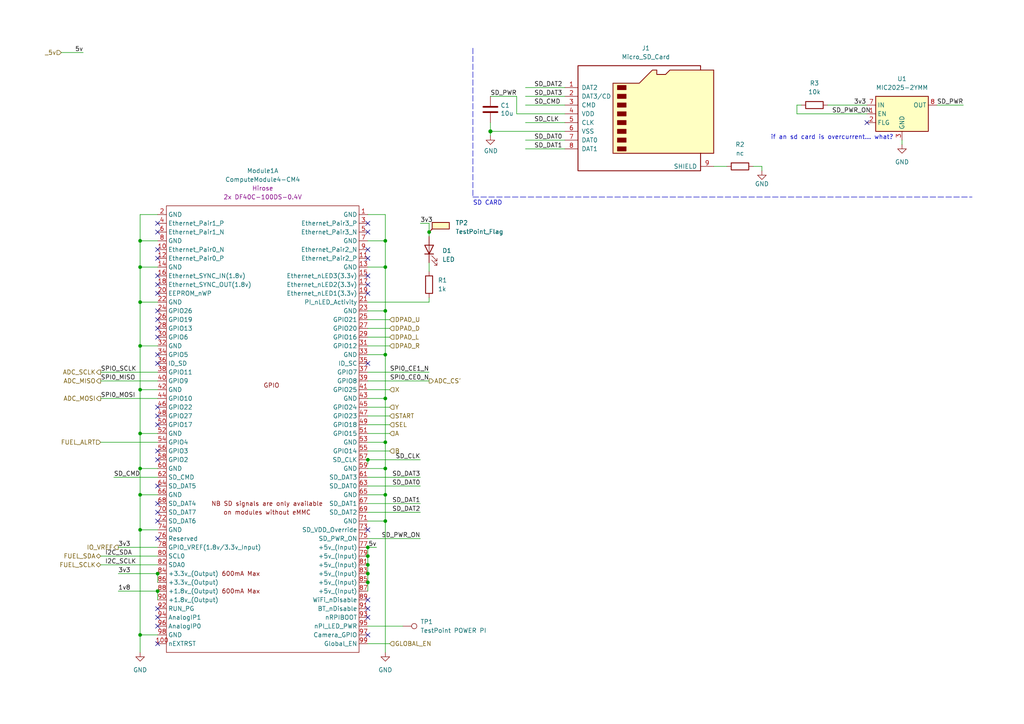
<source format=kicad_sch>
(kicad_sch (version 20211123) (generator eeschema)
  (paper "A4")
  (title_block (rev "indev.") (comment 1 "https://github.com/cinnamondev/gamepithing"))
  (lib_symbols
    (symbol "CM4IO:ComputeModule4-CM4"
      (property "Reference" "Module" (at 113.03 -68.58 0))
      (property "Value" "ComputeModule4-CM4" (at 140.97 2.54 0))
      (property "Field4" "Hirose" (at 0 0 0))
      (property "Field5" "2x DF40C-100DS-0.4V" (at 0 -2.54 0))
      (symbol "ComputeModule4-CM4_1_0"
        (text "GPIO" (at 0 6.35 0) (effects (font (size 1.27 1.27))))
      )
      (symbol "ComputeModule4-CM4_1_1"
        (rectangle (start -30.48 -71.12) (end 25.4 58.42))
        (text "600mA Max" (at -8.89 -53.34 0) (effects (font (size 1.27 1.27))))
        (text "600mA Max" (at -8.89 -48.26 0) (effects (font (size 1.27 1.27))))
        (text "NB SD signals are only available" (at -1.27 -27.94 0) (effects (font (size 1.27 1.27))))
        (text "on modules without eMMC" (at -1.27 -30.48 0) (effects (font (size 1.27 1.27))))
        (pin power_in line (at 27.94 55.88 180) (length 2.54) (name "GND") (number "1"))
        (pin passive line (at -33.02 45.72 0) (length 2.54) (name "Ethernet_Pair0_N") (number "10"))
        (pin output line (at -33.02 -68.58 0) (length 2.54) (name "nEXTRST") (number "100"))
        (pin passive line (at 27.94 43.18 180) (length 2.54) (name "Ethernet_Pair2_P") (number "11"))
        (pin passive line (at -33.02 43.18 0) (length 2.54) (name "Ethernet_Pair0_P") (number "12"))
        (pin power_in line (at 27.94 40.64 180) (length 2.54) (name "GND") (number "13"))
        (pin power_in line (at -33.02 40.64 0) (length 2.54) (name "GND") (number "14"))
        (pin output line (at 27.94 38.1 180) (length 2.54) (name "Ethernet_nLED3(3.3v)") (number "15"))
        (pin input line (at -33.02 38.1 0) (length 2.54) (name "Ethernet_SYNC_IN(1.8v)") (number "16"))
        (pin output line (at 27.94 35.56 180) (length 2.54) (name "Ethernet_nLED2(3.3v)") (number "17"))
        (pin input line (at -33.02 35.56 0) (length 2.54) (name "Ethernet_SYNC_OUT(1.8v)") (number "18"))
        (pin output line (at 27.94 33.02 180) (length 2.54) (name "Ethernet_nLED1(3.3v)") (number "19"))
        (pin power_in line (at -33.02 55.88 0) (length 2.54) (name "GND") (number "2"))
        (pin passive line (at -33.02 33.02 0) (length 2.54) (name "EEPROM_nWP") (number "20"))
        (pin open_collector line (at 27.94 30.48 180) (length 2.54) (name "PI_nLED_Activity") (number "21"))
        (pin power_in line (at -33.02 30.48 0) (length 2.54) (name "GND") (number "22"))
        (pin power_in line (at 27.94 27.94 180) (length 2.54) (name "GND") (number "23"))
        (pin passive line (at -33.02 27.94 0) (length 2.54) (name "GPIO26") (number "24"))
        (pin passive line (at 27.94 25.4 180) (length 2.54) (name "GPIO21") (number "25"))
        (pin passive line (at -33.02 25.4 0) (length 2.54) (name "GPIO19") (number "26"))
        (pin passive line (at 27.94 22.86 180) (length 2.54) (name "GPIO20") (number "27"))
        (pin passive line (at -33.02 22.86 0) (length 2.54) (name "GPIO13") (number "28"))
        (pin passive line (at 27.94 20.32 180) (length 2.54) (name "GPIO16") (number "29"))
        (pin passive line (at 27.94 53.34 180) (length 2.54) (name "Ethernet_Pair3_P") (number "3"))
        (pin passive line (at -33.02 20.32 0) (length 2.54) (name "GPIO6") (number "30"))
        (pin passive line (at 27.94 17.78 180) (length 2.54) (name "GPIO12") (number "31"))
        (pin power_in line (at -33.02 17.78 0) (length 2.54) (name "GND") (number "32"))
        (pin power_in line (at 27.94 15.24 180) (length 2.54) (name "GND") (number "33"))
        (pin passive line (at -33.02 15.24 0) (length 2.54) (name "GPIO5") (number "34"))
        (pin passive line (at 27.94 12.7 180) (length 2.54) (name "ID_SC") (number "35"))
        (pin passive line (at -33.02 12.7 0) (length 2.54) (name "ID_SD") (number "36"))
        (pin passive line (at 27.94 10.16 180) (length 2.54) (name "GPIO7") (number "37"))
        (pin passive line (at -33.02 10.16 0) (length 2.54) (name "GPIO11") (number "38"))
        (pin passive line (at 27.94 7.62 180) (length 2.54) (name "GPIO8") (number "39"))
        (pin passive line (at -33.02 53.34 0) (length 2.54) (name "Ethernet_Pair1_P") (number "4"))
        (pin passive line (at -33.02 7.62 0) (length 2.54) (name "GPIO9") (number "40"))
        (pin passive line (at 27.94 5.08 180) (length 2.54) (name "GPIO25") (number "41"))
        (pin power_in line (at -33.02 5.08 0) (length 2.54) (name "GND") (number "42"))
        (pin power_in line (at 27.94 2.54 180) (length 2.54) (name "GND") (number "43"))
        (pin passive line (at -33.02 2.54 0) (length 2.54) (name "GPIO10") (number "44"))
        (pin passive line (at 27.94 0 180) (length 2.54) (name "GPIO24") (number "45"))
        (pin passive line (at -33.02 0 0) (length 2.54) (name "GPIO22") (number "46"))
        (pin passive line (at 27.94 -2.54 180) (length 2.54) (name "GPIO23") (number "47"))
        (pin passive line (at -33.02 -2.54 0) (length 2.54) (name "GPIO27") (number "48"))
        (pin passive line (at 27.94 -5.08 180) (length 2.54) (name "GPIO18") (number "49"))
        (pin passive line (at 27.94 50.8 180) (length 2.54) (name "Ethernet_Pair3_N") (number "5"))
        (pin passive line (at -33.02 -5.08 0) (length 2.54) (name "GPIO17") (number "50"))
        (pin passive line (at 27.94 -7.62 180) (length 2.54) (name "GPIO15") (number "51"))
        (pin power_in line (at -33.02 -7.62 0) (length 2.54) (name "GND") (number "52"))
        (pin power_in line (at 27.94 -10.16 180) (length 2.54) (name "GND") (number "53"))
        (pin passive line (at -33.02 -10.16 0) (length 2.54) (name "GPIO4") (number "54"))
        (pin passive line (at 27.94 -12.7 180) (length 2.54) (name "GPIO14") (number "55"))
        (pin passive line (at -33.02 -12.7 0) (length 2.54) (name "GPIO3") (number "56"))
        (pin passive line (at 27.94 -15.24 180) (length 2.54) (name "SD_CLK") (number "57"))
        (pin passive line (at -33.02 -15.24 0) (length 2.54) (name "GPIO2") (number "58"))
        (pin power_in line (at 27.94 -17.78 180) (length 2.54) (name "GND") (number "59"))
        (pin passive line (at -33.02 50.8 0) (length 2.54) (name "Ethernet_Pair1_N") (number "6"))
        (pin power_in line (at -33.02 -17.78 0) (length 2.54) (name "GND") (number "60"))
        (pin passive line (at 27.94 -20.32 180) (length 2.54) (name "SD_DAT3") (number "61"))
        (pin passive line (at -33.02 -20.32 0) (length 2.54) (name "SD_CMD") (number "62"))
        (pin passive line (at 27.94 -22.86 180) (length 2.54) (name "SD_DAT0") (number "63"))
        (pin passive line (at -33.02 -22.86 0) (length 2.54) (name "SD_DAT5") (number "64"))
        (pin power_in line (at 27.94 -25.4 180) (length 2.54) (name "GND") (number "65"))
        (pin power_in line (at -33.02 -25.4 0) (length 2.54) (name "GND") (number "66"))
        (pin passive line (at 27.94 -27.94 180) (length 2.54) (name "SD_DAT1") (number "67"))
        (pin passive line (at -33.02 -27.94 0) (length 2.54) (name "SD_DAT4") (number "68"))
        (pin passive line (at 27.94 -30.48 180) (length 2.54) (name "SD_DAT2") (number "69"))
        (pin power_in line (at 27.94 48.26 180) (length 2.54) (name "GND") (number "7"))
        (pin passive line (at -33.02 -30.48 0) (length 2.54) (name "SD_DAT7") (number "70"))
        (pin power_in line (at 27.94 -33.02 180) (length 2.54) (name "GND") (number "71"))
        (pin passive line (at -33.02 -33.02 0) (length 2.54) (name "SD_DAT6") (number "72"))
        (pin input line (at 27.94 -35.56 180) (length 2.54) (name "SD_VDD_Override") (number "73"))
        (pin power_in line (at -33.02 -35.56 0) (length 2.54) (name "GND") (number "74"))
        (pin output line (at 27.94 -38.1 180) (length 2.54) (name "SD_PWR_ON") (number "75"))
        (pin passive line (at -33.02 -38.1 0) (length 2.54) (name "Reserved") (number "76"))
        (pin power_in line (at 27.94 -40.64 180) (length 2.54) (name "+5v_(Input)") (number "77"))
        (pin power_in line (at -33.02 -40.64 0) (length 2.54) (name "GPIO_VREF(1.8v/3.3v_Input)") (number "78"))
        (pin power_in line (at 27.94 -43.18 180) (length 2.54) (name "+5v_(Input)") (number "79"))
        (pin power_in line (at -33.02 48.26 0) (length 2.54) (name "GND") (number "8"))
        (pin passive line (at -33.02 -43.18 0) (length 2.54) (name "SCL0") (number "80"))
        (pin power_in line (at 27.94 -45.72 180) (length 2.54) (name "+5v_(Input)") (number "81"))
        (pin passive line (at -33.02 -45.72 0) (length 2.54) (name "SDA0") (number "82"))
        (pin power_in line (at 27.94 -48.26 180) (length 2.54) (name "+5v_(Input)") (number "83"))
        (pin power_out line (at -33.02 -48.26 0) (length 2.54) (name "+3.3v_(Output)") (number "84"))
        (pin power_in line (at 27.94 -50.8 180) (length 2.54) (name "+5v_(Input)") (number "85"))
        (pin power_out line (at -33.02 -50.8 0) (length 2.54) (name "+3.3v_(Output)") (number "86"))
        (pin power_in line (at 27.94 -53.34 180) (length 2.54) (name "+5v_(Input)") (number "87"))
        (pin power_out line (at -33.02 -53.34 0) (length 2.54) (name "+1.8v_(Output)") (number "88"))
        (pin power_in line (at 27.94 -55.88 180) (length 2.54) (name "WiFi_nDisable") (number "89"))
        (pin passive line (at 27.94 45.72 180) (length 2.54) (name "Ethernet_Pair2_N") (number "9"))
        (pin power_out line (at -33.02 -55.88 0) (length 2.54) (name "+1.8v_(Output)") (number "90"))
        (pin power_in line (at 27.94 -58.42 180) (length 2.54) (name "BT_nDisable") (number "91"))
        (pin passive line (at -33.02 -58.42 0) (length 2.54) (name "RUN_PG") (number "92"))
        (pin input line (at 27.94 -60.96 180) (length 2.54) (name "nRPIBOOT") (number "93"))
        (pin passive line (at -33.02 -60.96 0) (length 2.54) (name "AnalogIP1") (number "94"))
        (pin output line (at 27.94 -63.5 180) (length 2.54) (name "nPI_LED_PWR") (number "95"))
        (pin passive line (at -33.02 -63.5 0) (length 2.54) (name "AnalogIP0") (number "96"))
        (pin passive line (at 27.94 -66.04 180) (length 2.54) (name "Camera_GPIO") (number "97"))
        (pin power_in line (at -33.02 -66.04 0) (length 2.54) (name "GND") (number "98"))
        (pin input line (at 27.94 -68.58 180) (length 2.54) (name "Global_EN") (number "99"))
      )
      (symbol "ComputeModule4-CM4_2_1"
        (rectangle (start 114.3 -66.04) (end 165.1 63.5))
        (text "High Speed Serial" (at 140.97 0 0) (effects (font (size 1.27 1.27))))
        (pin input line (at 170.18 60.96 180) (length 5.08) (name "USB_OTG_ID") (number "101"))
        (pin input line (at 109.22 60.96 0) (length 5.08) (name "PCIe_CLK_nREQ") (number "102"))
        (pin passive line (at 170.18 58.42 180) (length 5.08) (name "USB2_N") (number "103"))
        (pin passive line (at 109.22 58.42 0) (length 5.08) (name "Reserved") (number "104"))
        (pin passive line (at 170.18 55.88 180) (length 5.08) (name "USB2_P") (number "105"))
        (pin passive line (at 109.22 55.88 0) (length 5.08) (name "Reserved") (number "106"))
        (pin power_in line (at 170.18 53.34 180) (length 5.08) (name "GND") (number "107"))
        (pin power_in line (at 109.22 53.34 0) (length 5.08) (name "GND") (number "108"))
        (pin bidirectional line (at 170.18 50.8 180) (length 5.08) (name "PCIe_nRST") (number "109"))
        (pin output line (at 109.22 50.8 0) (length 5.08) (name "PCIe_CLK_P") (number "110"))
        (pin passive line (at 170.18 48.26 180) (length 5.08) (name "VDAC_COMP") (number "111"))
        (pin output line (at 109.22 48.26 0) (length 5.08) (name "PCIe_CLK_N") (number "112"))
        (pin power_in line (at 170.18 45.72 180) (length 5.08) (name "GND") (number "113"))
        (pin power_in line (at 109.22 45.72 0) (length 5.08) (name "GND") (number "114"))
        (pin input line (at 170.18 43.18 180) (length 5.08) (name "CAM1_D0_N") (number "115"))
        (pin input line (at 109.22 43.18 0) (length 5.08) (name "PCIe_RX_P") (number "116"))
        (pin input line (at 170.18 40.64 180) (length 5.08) (name "CAM1_D0_P") (number "117"))
        (pin input line (at 109.22 40.64 0) (length 5.08) (name "PCIe_RX_N") (number "118"))
        (pin power_in line (at 170.18 38.1 180) (length 5.08) (name "GND") (number "119"))
        (pin power_in line (at 109.22 38.1 0) (length 5.08) (name "GND") (number "120"))
        (pin input line (at 170.18 35.56 180) (length 5.08) (name "CAM1_D1_N") (number "121"))
        (pin output line (at 109.22 35.56 0) (length 5.08) (name "PCIe_TX_P") (number "122"))
        (pin input line (at 170.18 33.02 180) (length 5.08) (name "CAM1_D1_P") (number "123"))
        (pin output line (at 109.22 33.02 0) (length 5.08) (name "PCIe_TX_N") (number "124"))
        (pin power_in line (at 170.18 30.48 180) (length 5.08) (name "GND") (number "125"))
        (pin power_in line (at 109.22 30.48 0) (length 5.08) (name "GND") (number "126"))
        (pin input line (at 170.18 27.94 180) (length 5.08) (name "CAM1_C_N") (number "127"))
        (pin input line (at 109.22 27.94 0) (length 5.08) (name "CAM0_D0_N") (number "128"))
        (pin input line (at 170.18 25.4 180) (length 5.08) (name "CAM1_C_P") (number "129"))
        (pin input line (at 109.22 25.4 0) (length 5.08) (name "CAM0_D0_P") (number "130"))
        (pin power_in line (at 170.18 22.86 180) (length 5.08) (name "GND") (number "131"))
        (pin power_in line (at 109.22 22.86 0) (length 5.08) (name "GND") (number "132"))
        (pin input line (at 170.18 20.32 180) (length 5.08) (name "CAM1_D2_N") (number "133"))
        (pin input line (at 109.22 20.32 0) (length 5.08) (name "CAM0_D1_N") (number "134"))
        (pin input line (at 170.18 17.78 180) (length 5.08) (name "CAM1_D2_P") (number "135"))
        (pin input line (at 109.22 17.78 0) (length 5.08) (name "CAM0_D1_P") (number "136"))
        (pin power_in line (at 170.18 15.24 180) (length 5.08) (name "GND") (number "137"))
        (pin power_in line (at 109.22 15.24 0) (length 5.08) (name "GND") (number "138"))
        (pin input line (at 170.18 12.7 180) (length 5.08) (name "CAM1_D3_N") (number "139"))
        (pin input line (at 109.22 12.7 0) (length 5.08) (name "CAM0_C_N") (number "140"))
        (pin input line (at 170.18 10.16 180) (length 5.08) (name "CAM1_D3_P") (number "141"))
        (pin input line (at 109.22 10.16 0) (length 5.08) (name "CAM0_C_P") (number "142"))
        (pin input line (at 170.18 7.62 180) (length 5.08) (name "HDMI1_HOTPLUG") (number "143"))
        (pin power_in line (at 109.22 7.62 0) (length 5.08) (name "GND") (number "144"))
        (pin bidirectional line (at 170.18 5.08 180) (length 5.08) (name "HDMI1_SDA") (number "145"))
        (pin output line (at 109.22 5.08 0) (length 5.08) (name "HDMI1_TX2_P") (number "146"))
        (pin open_collector line (at 170.18 2.54 180) (length 5.08) (name "HDMI1_SCL") (number "147"))
        (pin output line (at 109.22 2.54 0) (length 5.08) (name "HDMI1_TX2_N") (number "148"))
        (pin open_collector line (at 170.18 0 180) (length 5.08) (name "HDMI1_CEC") (number "149"))
        (pin power_in line (at 109.22 0 0) (length 5.08) (name "GND") (number "150"))
        (pin open_collector line (at 170.18 -2.54 180) (length 5.08) (name "HDMI0_CEC") (number "151"))
        (pin output line (at 109.22 -2.54 0) (length 5.08) (name "HDMI1_TX1_P") (number "152"))
        (pin input line (at 170.18 -5.08 180) (length 5.08) (name "HDMI0_HOTPLUG") (number "153"))
        (pin output line (at 109.22 -5.08 0) (length 5.08) (name "HDMI1_TX1_N") (number "154"))
        (pin power_in line (at 170.18 -7.62 180) (length 5.08) (name "GND") (number "155"))
        (pin power_in line (at 109.22 -7.62 0) (length 5.08) (name "GND") (number "156"))
        (pin output line (at 170.18 -10.16 180) (length 5.08) (name "DSI0_D0_N") (number "157"))
        (pin output line (at 109.22 -10.16 0) (length 5.08) (name "HDMI1_TX0_P") (number "158"))
        (pin output line (at 170.18 -12.7 180) (length 5.08) (name "DSI0_D0_P") (number "159"))
        (pin output line (at 109.22 -12.7 0) (length 5.08) (name "HDMI1_TX0_N") (number "160"))
        (pin power_in line (at 170.18 -15.24 180) (length 5.08) (name "GND") (number "161"))
        (pin power_in line (at 109.22 -15.24 0) (length 5.08) (name "GND") (number "162"))
        (pin output line (at 170.18 -17.78 180) (length 5.08) (name "DSI0_D1_N") (number "163"))
        (pin output line (at 109.22 -17.78 0) (length 5.08) (name "HDMI1_CLK_P") (number "164"))
        (pin output line (at 170.18 -20.32 180) (length 5.08) (name "DSI0_D1_P") (number "165"))
        (pin output line (at 109.22 -20.32 0) (length 5.08) (name "HDMI1_CLK_N") (number "166"))
        (pin power_in line (at 170.18 -22.86 180) (length 5.08) (name "GND") (number "167"))
        (pin power_in line (at 109.22 -22.86 0) (length 5.08) (name "GND") (number "168"))
        (pin output line (at 170.18 -25.4 180) (length 5.08) (name "DSI0_C_N") (number "169"))
        (pin output line (at 109.22 -25.4 0) (length 5.08) (name "HDMI0_TX2_P") (number "170"))
        (pin output line (at 170.18 -27.94 180) (length 5.08) (name "DSI0_C_P") (number "171"))
        (pin output line (at 109.22 -27.94 0) (length 5.08) (name "HDMI0_TX2_N") (number "172"))
        (pin power_in line (at 170.18 -30.48 180) (length 5.08) (name "GND") (number "173"))
        (pin power_in line (at 109.22 -30.48 0) (length 5.08) (name "GND") (number "174"))
        (pin output line (at 170.18 -33.02 180) (length 5.08) (name "DSI1_D0_N") (number "175"))
        (pin output line (at 109.22 -33.02 0) (length 5.08) (name "HDMI0_TX1_P") (number "176"))
        (pin output line (at 170.18 -35.56 180) (length 5.08) (name "DSI1_D0_P") (number "177"))
        (pin output line (at 109.22 -35.56 0) (length 5.08) (name "HDMI0_TX1_N") (number "178"))
        (pin power_in line (at 170.18 -38.1 180) (length 5.08) (name "GND") (number "179"))
        (pin power_in line (at 109.22 -38.1 0) (length 5.08) (name "GND") (number "180"))
        (pin output line (at 170.18 -40.64 180) (length 5.08) (name "DSI1_D1_N") (number "181"))
        (pin output line (at 109.22 -40.64 0) (length 5.08) (name "HDMI0_TX0_P") (number "182"))
        (pin output line (at 170.18 -43.18 180) (length 5.08) (name "DSI1_D1_P") (number "183"))
        (pin output line (at 109.22 -43.18 0) (length 5.08) (name "HDMI0_TX0_N") (number "184"))
        (pin power_in line (at 170.18 -45.72 180) (length 5.08) (name "GND") (number "185"))
        (pin power_in line (at 109.22 -45.72 0) (length 5.08) (name "GND") (number "186"))
        (pin output line (at 170.18 -48.26 180) (length 5.08) (name "DSI1_C_N") (number "187"))
        (pin output line (at 109.22 -48.26 0) (length 5.08) (name "HDMI0_CLK_P") (number "188"))
        (pin output line (at 170.18 -50.8 180) (length 5.08) (name "DSI1_C_P") (number "189"))
        (pin output line (at 109.22 -50.8 0) (length 5.08) (name "HDMI0_CLK_N") (number "190"))
        (pin power_in line (at 170.18 -53.34 180) (length 5.08) (name "GND") (number "191"))
        (pin power_in line (at 109.22 -53.34 0) (length 5.08) (name "GND") (number "192"))
        (pin output line (at 170.18 -55.88 180) (length 5.08) (name "DSI1_D2_N") (number "193"))
        (pin output line (at 109.22 -55.88 0) (length 5.08) (name "DSI1_D3_N") (number "194"))
        (pin output line (at 170.18 -58.42 180) (length 5.08) (name "DSI1_D2_P") (number "195"))
        (pin output line (at 109.22 -58.42 0) (length 5.08) (name "DSI1_D3_P") (number "196"))
        (pin power_in line (at 170.18 -60.96 180) (length 5.08) (name "GND") (number "197"))
        (pin power_in line (at 109.22 -60.96 0) (length 5.08) (name "GND") (number "198"))
        (pin bidirectional line (at 170.18 -63.5 180) (length 5.08) (name "HDMI0_SDA") (number "199"))
        (pin open_collector line (at 109.22 -63.5 0) (length 5.08) (name "HDMI0_SCL") (number "200"))
      )
    )
    (symbol "Connector:Micro_SD_Card" (pin_names (offset 1.016))
      (property "Reference" "J" (at -16.51 15.24 0))
      (property "Value" "Micro_SD_Card" (at 16.51 15.24 0))
      (symbol "Micro_SD_Card_0_1"
        (rectangle (start -7.62 -9.525) (end -5.08 -10.795) (fill (type outline)))
        (rectangle (start -7.62 -6.985) (end -5.08 -8.255) (fill (type outline)))
        (rectangle (start -7.62 -4.445) (end -5.08 -5.715) (fill (type outline)))
        (rectangle (start -7.62 -1.905) (end -5.08 -3.175) (fill (type outline)))
        (rectangle (start -7.62 0.635) (end -5.08 -0.635) (fill (type outline)))
        (rectangle (start -7.62 3.175) (end -5.08 1.905) (fill (type outline)))
        (rectangle (start -7.62 5.715) (end -5.08 4.445) (fill (type outline)))
        (rectangle (start -7.62 8.255) (end -5.08 6.985) (fill (type outline)))
        (polyline (pts (xy 16.51 12.7) (xy 16.51 13.97) (xy -19.05 13.97) (xy -19.05 -16.51) (xy 16.51 -16.51) (xy 16.51 -11.43)) (stroke (width 0.254)))
        (polyline (pts (xy -8.89 -11.43) (xy -8.89 8.89) (xy -1.27 8.89) (xy 2.54 12.7) (xy 3.81 12.7) (xy 3.81 11.43) (xy 6.35 11.43) (xy 7.62 12.7) (xy 20.32 12.7) (xy 20.32 -11.43) (xy -8.89 -11.43)) (stroke (width 0.254)) (fill (type background)))
      )
      (symbol "Micro_SD_Card_1_1"
        (pin bidirectional line (at -22.86 7.62 0) (length 3.81) (name "DAT2") (number "1"))
        (pin bidirectional line (at -22.86 5.08 0) (length 3.81) (name "DAT3/CD") (number "2"))
        (pin input line (at -22.86 2.54 0) (length 3.81) (name "CMD") (number "3"))
        (pin power_in line (at -22.86 0 0) (length 3.81) (name "VDD") (number "4"))
        (pin input line (at -22.86 -2.54 0) (length 3.81) (name "CLK") (number "5"))
        (pin power_in line (at -22.86 -5.08 0) (length 3.81) (name "VSS") (number "6"))
        (pin bidirectional line (at -22.86 -7.62 0) (length 3.81) (name "DAT0") (number "7"))
        (pin bidirectional line (at -22.86 -10.16 0) (length 3.81) (name "DAT1") (number "8"))
        (pin passive line (at 20.32 -15.24 180) (length 3.81) (name "SHIELD") (number "9"))
      )
    )
    (symbol "Connector:TestPoint" (pin_numbers hide) (pin_names (offset 0.762) hide)
      (property "Reference" "TP" (at 0 6.858 0))
      (property "Value" "TestPoint" (at 0 5.08 0))
      (symbol "TestPoint_0_1"
        (circle (center 0 3.302) (radius 0.762))
      )
      (symbol "TestPoint_1_1"
        (pin passive line (at 0 0 90) (length 2.54) (name "1") (number "1"))
      )
    )
    (symbol "Connector:TestPoint_Flag" (pin_numbers hide) (pin_names (offset 0.762) hide)
      (property "Reference" "TP" (at 3.429 1.778 0))
      (property "Value" "TestPoint_Flag" (at 3.302 4.191 0))
      (symbol "TestPoint_Flag_0_1"
        (polyline (pts (xy 0 0) (xy 0.889 0.889)) (stroke (width 0.254)))
        (rectangle (start 0.889 2.794) (end 5.842 0.889) (stroke (width 0.254)) (fill (type background)))
      )
      (symbol "TestPoint_Flag_1_1"
        (pin passive line (at 0 0 90) (length 0) (name "1") (number "1"))
      )
    )
    (symbol "Device:C" (pin_numbers hide) (pin_names (offset 0.254))
      (property "Reference" "C" (at 0.635 2.54 0))
      (property "Value" "C" (at 0.635 -2.54 0))
      (symbol "C_0_1"
        (polyline (pts (xy -2.032 -0.762) (xy 2.032 -0.762)) (stroke (width 0.508)))
        (polyline (pts (xy -2.032 0.762) (xy 2.032 0.762)) (stroke (width 0.508)))
      )
      (symbol "C_1_1"
        (pin passive line (at 0 3.81 270) (length 2.794) (name "~") (number "1"))
        (pin passive line (at 0 -3.81 90) (length 2.794) (name "~") (number "2"))
      )
    )
    (symbol "Device:LED" (pin_numbers hide) (pin_names (offset 1.016) hide)
      (property "Reference" "D" (at 0 2.54 0))
      (property "Value" "LED" (at 0 -2.54 0))
      (symbol "LED_0_1"
        (polyline (pts (xy -1.27 -1.27) (xy -1.27 1.27)) (stroke (width 0.254)))
        (polyline (pts (xy -1.27 0) (xy 1.27 0)))
        (polyline (pts (xy 1.27 -1.27) (xy 1.27 1.27) (xy -1.27 0) (xy 1.27 -1.27)) (stroke (width 0.254)))
        (polyline (pts (xy -3.048 -0.762) (xy -4.572 -2.286) (xy -3.81 -2.286) (xy -4.572 -2.286) (xy -4.572 -1.524)))
        (polyline (pts (xy -1.778 -0.762) (xy -3.302 -2.286) (xy -2.54 -2.286) (xy -3.302 -2.286) (xy -3.302 -1.524)))
      )
      (symbol "LED_1_1"
        (pin passive line (at -3.81 0 0) (length 2.54) (name "K") (number "1"))
        (pin passive line (at 3.81 0 180) (length 2.54) (name "A") (number "2"))
      )
    )
    (symbol "Device:R" (pin_numbers hide) (pin_names (offset 0))
      (property "Reference" "R" (at 2.032 0 90))
      (property "Value" "R" (at 0 0 90))
      (symbol "R_0_1"
        (rectangle (start -1.016 -2.54) (end 1.016 2.54) (stroke (width 0.254)))
      )
      (symbol "R_1_1"
        (pin passive line (at 0 3.81 270) (length 1.27) (name "~") (number "1"))
        (pin passive line (at 0 -3.81 90) (length 1.27) (name "~") (number "2"))
      )
    )
    (symbol "Power_Management:MIC2025-2YMM"
      (property "Reference" "U" (at -7.62 6.35 0))
      (property "Value" "MIC2025-2YMM" (at 15.24 6.35 0))
      (symbol "MIC2025-2YMM_0_1"
        (rectangle (start -7.62 5.08) (end 7.62 -5.08) (stroke (width 0.254)) (fill (type background)))
      )
      (symbol "MIC2025-2YMM_1_1"
        (pin input line (at -10.16 0 0) (length 2.54) (name "EN") (number "1"))
        (pin open_collector line (at -10.16 -2.54 0) (length 2.54) (name "FLG") (number "2"))
        (pin power_in line (at 0 -7.62 90) (length 2.54) (name "GND") (number "3"))
        (pin no_connect line (at 7.62 0 180) (length 2.54) hide (name "NC") (number "4"))
        (pin no_connect line (at 7.62 -2.54 180) (length 2.54) hide (name "NC") (number "5"))
        (pin passive line (at 10.16 2.54 180) (length 2.54) hide (name "OUT") (number "6"))
        (pin power_in line (at -10.16 2.54 0) (length 2.54) (name "IN") (number "7"))
        (pin power_out line (at 10.16 2.54 180) (length 2.54) (name "OUT") (number "8"))
      )
    )
    (symbol "power:GND" (power) (pin_names (offset 0))
      (property "Value" "GND" (at 0 -3.81 0))
      (symbol "GND_0_1"
        (polyline (pts (xy 0 0) (xy 0 -1.27) (xy 1.27 -1.27) (xy 0 -2.54) (xy -1.27 -1.27) (xy 0 -1.27)))
      )
      (symbol "GND_1_1"
        (pin power_in line (at 0 0 270) (length 0) hide (name "GND") (number "1"))
      )
    )
  )
  (junction (at 111.76 102.87))
  (junction (at 40.64 135.89))
  (junction (at 40.64 87.63))
  (junction (at 40.64 100.33))
  (junction (at 111.76 143.51))
  (junction (at 111.76 151.13))
  (junction (at 111.76 115.57))
  (junction (at 106.68 133.35))
  (junction (at 40.64 125.73))
  (junction (at 142.24 38.1) (diameter 1.016))
  (junction (at 111.76 128.27))
  (junction (at 111.76 77.47))
  (junction (at 111.76 90.17))
  (junction (at 106.68 166.37))
  (junction (at 111.76 135.89))
  (junction (at 40.64 153.67))
  (junction (at 124.46 67.31))
  (junction (at 45.72 171.45))
  (junction (at 45.72 166.37))
  (junction (at 106.68 161.29))
  (junction (at 106.68 158.75))
  (junction (at 111.76 69.85))
  (junction (at 40.64 143.51))
  (junction (at 40.64 184.15))
  (junction (at 40.64 77.47))
  (junction (at 106.68 163.83))
  (junction (at 106.68 168.91))
  (junction (at 40.64 69.85))
  (junction (at 40.64 113.03))
  (no_connect (at 45.72 146.05))
  (no_connect (at 45.72 148.59))
  (no_connect (at 45.72 151.13))
  (no_connect (at 45.72 140.97))
  (no_connect (at 45.72 156.21))
  (no_connect (at 251.46 35.56))
  (no_connect (at 106.68 153.67))
  (no_connect (at 45.72 186.69))
  (no_connect (at 45.72 181.61))
  (no_connect (at 45.72 179.07))
  (no_connect (at 45.72 176.53))
  (no_connect (at 45.72 133.35))
  (no_connect (at 45.72 130.81))
  (no_connect (at 106.68 176.53))
  (no_connect (at 106.68 173.99))
  (no_connect (at 106.68 184.15))
  (no_connect (at 106.68 64.77))
  (no_connect (at 106.68 67.31))
  (no_connect (at 106.68 80.01))
  (no_connect (at 106.68 74.93))
  (no_connect (at 106.68 72.39))
  (no_connect (at 106.68 85.09))
  (no_connect (at 106.68 82.55))
  (no_connect (at 106.68 105.41))
  (no_connect (at 106.68 179.07))
  (no_connect (at 45.72 105.41))
  (no_connect (at 45.72 95.25))
  (no_connect (at 45.72 97.79))
  (no_connect (at 45.72 102.87))
  (no_connect (at 45.72 64.77))
  (no_connect (at 45.72 67.31))
  (no_connect (at 45.72 72.39))
  (no_connect (at 45.72 74.93))
  (no_connect (at 45.72 80.01))
  (no_connect (at 45.72 82.55))
  (no_connect (at 45.72 85.09))
  (no_connect (at 45.72 90.17))
  (no_connect (at 45.72 92.71))
  (no_connect (at 45.72 118.11))
  (no_connect (at 45.72 120.65))
  (no_connect (at 45.72 123.19))
  (wire (pts (xy 124.46 87.63) (xy 106.68 87.63)))
  (wire (pts (xy 232.41 30.48) (xy 231.14 30.48)))
  (wire (pts (xy 121.92 133.35) (xy 106.68 133.35)))
  (wire (pts (xy 111.76 90.17) (xy 111.76 102.87)))
  (wire (pts (xy 106.68 120.65) (xy 113.03 120.65)))
  (wire (pts (xy 106.68 168.91) (xy 106.68 171.45)))
  (wire (pts (xy 106.68 158.75) (xy 106.68 161.29)))
  (wire (pts (xy 106.68 140.97) (xy 121.92 140.97)))
  (wire (pts (xy 40.64 87.63) (xy 40.64 77.47)))
  (wire (pts (xy 40.64 153.67) (xy 40.64 143.51)))
  (wire (pts (xy 111.76 62.23) (xy 111.76 69.85)))
  (wire (pts (xy 29.21 115.57) (xy 45.72 115.57)))
  (wire (pts (xy 29.21 128.27) (xy 45.72 128.27)))
  (wire (pts (xy 40.64 113.03) (xy 40.64 125.73)))
  (wire (pts (xy 111.76 151.13) (xy 106.68 151.13)))
  (wire (pts (xy 111.76 69.85) (xy 111.76 77.47)))
  (wire (pts (xy 45.72 166.37) (xy 45.72 168.91)))
  (wire (pts (xy 106.68 107.95) (xy 124.46 107.95)))
  (wire (pts (xy 106.68 148.59) (xy 121.92 148.59)))
  (wire (pts (xy 106.68 128.27) (xy 111.76 128.27)))
  (wire (pts (xy 106.68 166.37) (xy 106.68 168.91)))
  (wire (pts (xy 142.24 38.1) (xy 142.24 39.37)))
  (wire (pts (xy 40.64 135.89) (xy 40.64 143.51)))
  (polyline (pts (xy 137.16 13.97) (xy 137.16 57.15)))
  (wire (pts (xy 111.76 128.27) (xy 111.76 135.89)))
  (wire (pts (xy 124.46 67.31) (xy 124.46 68.58)))
  (wire (pts (xy 109.22 158.75) (xy 106.68 158.75)))
  (wire (pts (xy 152.4 30.48) (xy 163.83 30.48)))
  (wire (pts (xy 111.76 189.23) (xy 111.76 151.13)))
  (wire (pts (xy 111.76 143.51) (xy 111.76 151.13)))
  (wire (pts (xy 106.68 118.11) (xy 113.03 118.11)))
  (wire (pts (xy 45.72 171.45) (xy 45.72 173.99)))
  (wire (pts (xy 220.98 48.26) (xy 220.98 49.53)))
  (wire (pts (xy 17.78 15.24) (xy 24.13 15.24)))
  (wire (pts (xy 106.68 115.57) (xy 111.76 115.57)))
  (wire (pts (xy 106.68 102.87) (xy 111.76 102.87)))
  (wire (pts (xy 29.21 163.83) (xy 45.72 163.83)))
  (wire (pts (xy 142.24 27.94) (xy 149.86 27.94)))
  (wire (pts (xy 163.83 27.94) (xy 152.4 27.94)))
  (wire (pts (xy 106.68 90.17) (xy 111.76 90.17)))
  (wire (pts (xy 106.68 113.03) (xy 113.03 113.03)))
  (wire (pts (xy 40.64 77.47) (xy 45.72 77.47)))
  (wire (pts (xy 45.72 135.89) (xy 40.64 135.89)))
  (wire (pts (xy 40.64 153.67) (xy 45.72 153.67)))
  (wire (pts (xy 149.86 33.02) (xy 149.86 27.94)))
  (wire (pts (xy 207.01 48.26) (xy 210.82 48.26)))
  (wire (pts (xy 40.64 62.23) (xy 45.72 62.23)))
  (wire (pts (xy 106.68 123.19) (xy 113.03 123.19)))
  (wire (pts (xy 34.29 158.75) (xy 45.72 158.75)))
  (wire (pts (xy 33.02 138.43) (xy 45.72 138.43)))
  (wire (pts (xy 40.64 87.63) (xy 40.64 100.33)))
  (wire (pts (xy 142.24 35.56) (xy 142.24 38.1)))
  (wire (pts (xy 111.76 77.47) (xy 111.76 90.17)))
  (wire (pts (xy 240.03 30.48) (xy 251.46 30.48)))
  (wire (pts (xy 231.14 30.48) (xy 231.14 33.02)))
  (wire (pts (xy 106.68 95.25) (xy 113.03 95.25)))
  (wire (pts (xy 40.64 184.15) (xy 45.72 184.15)))
  (wire (pts (xy 111.76 135.89) (xy 111.76 143.51)))
  (wire (pts (xy 106.68 156.21) (xy 121.92 156.21)))
  (wire (pts (xy 106.68 186.69) (xy 113.03 186.69)))
  (wire (pts (xy 261.62 40.64) (xy 261.62 41.91)))
  (wire (pts (xy 106.68 133.35) (xy 106.68 134.62)))
  (wire (pts (xy 106.68 135.89) (xy 111.76 135.89)))
  (wire (pts (xy 40.64 125.73) (xy 40.64 135.89)))
  (wire (pts (xy 106.68 110.49) (xy 124.46 110.49)))
  (wire (pts (xy 231.14 33.02) (xy 251.46 33.02)))
  (wire (pts (xy 40.64 69.85) (xy 40.64 62.23)))
  (wire (pts (xy 111.76 115.57) (xy 111.76 128.27)))
  (wire (pts (xy 106.68 69.85) (xy 111.76 69.85)))
  (wire (pts (xy 40.64 100.33) (xy 45.72 100.33)))
  (wire (pts (xy 163.83 33.02) (xy 149.86 33.02)))
  (wire (pts (xy 142.24 38.1) (xy 163.83 38.1)))
  (wire (pts (xy 40.64 189.23) (xy 40.64 184.15)))
  (wire (pts (xy 152.4 25.4) (xy 163.83 25.4)))
  (wire (pts (xy 34.29 166.37) (xy 45.72 166.37)))
  (wire (pts (xy 106.68 163.83) (xy 106.68 166.37)))
  (wire (pts (xy 111.76 102.87) (xy 111.76 115.57)))
  (wire (pts (xy 124.46 86.36) (xy 124.46 87.63)))
  (wire (pts (xy 106.68 146.05) (xy 121.92 146.05)))
  (wire (pts (xy 40.64 100.33) (xy 40.64 113.03)))
  (wire (pts (xy 124.46 76.2) (xy 124.46 78.74)))
  (wire (pts (xy 106.68 130.81) (xy 113.03 130.81)))
  (wire (pts (xy 106.68 138.43) (xy 121.92 138.43)))
  (wire (pts (xy 163.83 35.56) (xy 152.4 35.56)))
  (wire (pts (xy 106.68 143.51) (xy 111.76 143.51)))
  (wire (pts (xy 40.64 77.47) (xy 40.64 69.85)))
  (wire (pts (xy 106.68 181.61) (xy 116.84 181.61)))
  (polyline (pts (xy 137.16 57.15) (xy 281.94 57.15)))
  (wire (pts (xy 271.78 30.48) (xy 279.4 30.48)))
  (wire (pts (xy 29.21 110.49) (xy 45.72 110.49)))
  (wire (pts (xy 40.64 125.73) (xy 45.72 125.73)))
  (wire (pts (xy 29.21 107.95) (xy 45.72 107.95)))
  (wire (pts (xy 34.29 171.45) (xy 45.72 171.45)))
  (wire (pts (xy 218.44 48.26) (xy 220.98 48.26)))
  (wire (pts (xy 29.21 161.29) (xy 45.72 161.29)))
  (wire (pts (xy 124.46 64.77) (xy 124.46 67.31)))
  (wire (pts (xy 106.68 92.71) (xy 113.03 92.71)))
  (wire (pts (xy 106.68 77.47) (xy 111.76 77.47)))
  (wire (pts (xy 163.83 43.18) (xy 152.4 43.18)))
  (wire (pts (xy 40.64 184.15) (xy 40.64 153.67)))
  (wire (pts (xy 121.92 64.77) (xy 124.46 64.77)))
  (wire (pts (xy 40.64 143.51) (xy 45.72 143.51)))
  (wire (pts (xy 40.64 69.85) (xy 45.72 69.85)))
  (wire (pts (xy 40.64 87.63) (xy 45.72 87.63)))
  (wire (pts (xy 106.68 62.23) (xy 111.76 62.23)))
  (wire (pts (xy 106.68 161.29) (xy 106.68 163.83)))
  (wire (pts (xy 106.68 97.79) (xy 113.03 97.79)))
  (wire (pts (xy 106.68 125.73) (xy 113.03 125.73)))
  (wire (pts (xy 106.68 100.33) (xy 113.03 100.33)))
  (wire (pts (xy 152.4 40.64) (xy 163.83 40.64)))
  (wire (pts (xy 40.64 113.03) (xy 45.72 113.03)))
  (text "if an sd card is overcurrent... what?" (at 223.52 40.64 0) (effects (font (size 1.27 1.27)) (justify left bottom)))
  (text "SD CARD\n" (at 137.16 59.69 0) (effects (font (size 1.27 1.27)) (justify left bottom)))
  (label "3v3" (at 121.92 64.77 0))
  (label "SD_DAT0" (at 121.92 140.97 180))
  (label "3v3" (at 34.29 158.75 0))
  (label "5v" (at 24.13 15.24 180))
  (label "SD_PWR" (at 279.4 30.48 180))
  (label "SD_PWR" (at 142.24 27.94 0))
  (label "SD_DAT1" (at 154.94 43.18 0))
  (label "SPI0_MOSI" (at 29.21 115.57 0))
  (label "SD_DAT3" (at 154.94 27.94 0))
  (label "SD_DAT2" (at 154.94 25.4 0))
  (label "SD_DAT0" (at 154.94 40.64 0))
  (label "SPI0_CE1_N" (at 124.46 107.95 180))
  (label "SPIO_SCLK" (at 29.21 107.95 0))
  (label "1v8" (at 34.29 171.45 0))
  (label "SD_DAT3" (at 121.92 138.43 180))
  (label "3v3" (at 247.65 30.48 0))
  (label "5v" (at 109.22 158.75 180))
  (label "SPI0_MISO" (at 29.21 110.49 0))
  (label "SD_CMD" (at 154.94 30.48 0))
  (label "SD_CMD" (at 33.02 138.43 0))
  (label "3v3" (at 34.29 166.37 0))
  (label "SD_DAT1" (at 121.92 146.05 180))
  (label "SPI0_CE0_N" (at 124.46 110.49 180))
  (label "I2C_SDA" (at 30.48 161.29 0))
  (label "SD_CLK" (at 154.94 35.56 0))
  (label "I2C_SCLK" (at 30.48 163.83 0))
  (label "SD_CLK" (at 121.92 133.35 180))
  (label "SD_PWR_ON" (at 241.3 33.02 0))
  (label "SD_DAT2" (at 121.92 148.59 180))
  (label "SD_PWR_ON" (at 121.92 156.21 180))
  (hierarchical_label "ADC_SCLK" (shape output) (at 29.21 107.95 180))
  (hierarchical_label "FUEL_SDA" (shape bidirectional) (at 29.21 161.29 180))
  (hierarchical_label "B" (shape input) (at 113.03 130.81 0))
  (hierarchical_label "ADC_MISO" (shape output) (at 29.21 110.49 180))
  (hierarchical_label "ADC_MOSI" (shape output) (at 29.21 115.57 180))
  (hierarchical_label "A" (shape input) (at 113.03 125.73 0))
  (hierarchical_label "SEL" (shape input) (at 113.03 123.19 0))
  (hierarchical_label "X" (shape input) (at 113.03 113.03 0))
  (hierarchical_label "IO_VREF" (shape output) (at 34.29 158.75 180))
  (hierarchical_label "FUEL_ALRT" (shape input) (at 29.21 128.27 180))
  (hierarchical_label "FUEL_SCLK" (shape bidirectional) (at 29.21 163.83 180))
  (hierarchical_label "DPAD_R" (shape input) (at 113.03 100.33 0))
  (hierarchical_label "DPAD_D" (shape input) (at 113.03 95.25 0))
  (hierarchical_label "Y" (shape input) (at 113.03 118.11 0))
  (hierarchical_label "_5v" (shape input) (at 17.78 15.24 180))
  (hierarchical_label "GLOBAL_EN" (shape input) (at 113.03 186.69 0))
  (hierarchical_label "DPAD_L" (shape input) (at 113.03 97.79 0))
  (hierarchical_label "START" (shape input) (at 113.03 120.65 0))
  (hierarchical_label "ADC_CS'" (shape output) (at 124.46 110.49 0))
  (hierarchical_label "DPAD_U" (shape input) (at 113.03 92.71 0))
  (symbol (lib_id "Connector:TestPoint_Flag") (at 124.46 67.31 0) (unit 1)
    (property "Reference" "TP2" (at 132.08 64.6429 0) (effects (justify left)))
    (property "Value" "TestPoint_Flag" (at 132.08 67.1829 0) (effects (justify left)))
    (property "Footprint" "TestPoint:TestPoint_THTPad_1.0x1.0mm_Drill0.5mm" (effects hide))
  )
  (symbol (lib_id "Device:R") (at 214.63 48.26 90) (unit 1)
    (property "Reference" "R2" (at 214.63 41.91 90))
    (property "Value" "nc" (at 214.63 44.45 90))
    (property "Footprint" "Resistor_SMD:R_0805_2012Metric_Pad1.20x1.40mm_HandSolder" (effects hide))
  )
  (symbol (lib_id "power:GND") (at 142.24 39.37 0) (unit 1)
    (property "Reference" "#PWR03" (effects hide))
    (property "Value" "GND" (at 142.367 43.7642 0))
  )
  (symbol (lib_id "Device:R") (at 236.22 30.48 90) (unit 1)
    (property "Reference" "R3" (at 236.22 24.13 90))
    (property "Value" "10k" (at 236.22 26.67 90))
    (property "Footprint" "Resistor_SMD:R_0805_2012Metric_Pad1.20x1.40mm_HandSolder" (effects hide))
  )
  (symbol (lib_id "Connector:Micro_SD_Card") (at 186.69 33.02 0) (unit 1)
    (property "Reference" "J1" (at 187.325 13.97 0))
    (property "Value" "Micro_SD_Card" (at 187.325 16.51 0))
    (property "Footprint" "CM4IO:GCT_MEM2067-02-180-00-A_REVB" (effects hide))
    (property "Datasheet" "https://www.mouser.co.uk/datasheet/2/837/MEM2067-2887310.pdf" (effects hide))
  )
  (symbol (lib_id "power:GND") (at 261.62 41.91 0) (unit 1)
    (property "Reference" "#PWR05" (effects hide))
    (property "Value" "GND" (at 261.62 46.99 0))
  )
  (symbol (lib_id "Connector:TestPoint") (at 116.84 181.61 270) (unit 1)
    (property "Reference" "TP1" (at 121.92 180.3399 90) (effects (justify left)))
    (property "Value" "TestPoint POWER PI" (at 121.92 182.8799 90) (effects (justify left)))
    (property "Footprint" "TestPoint:TestPoint_THTPad_1.0x1.0mm_Drill0.5mm" (effects hide))
  )
  (symbol (lib_id "power:GND") (at 111.76 189.23 0) (unit 1)
    (property "Reference" "#PWR02" (effects hide))
    (property "Value" "GND" (at 111.76 194.31 0))
  )
  (symbol (lib_id "Device:LED") (at 124.46 72.39 90) (unit 1)
    (property "Reference" "D1" (at 128.27 72.7074 90) (effects (justify right)))
    (property "Value" "LED" (at 128.27 75.2474 90) (effects (justify right)))
    (property "Footprint" "LED_SMD:LED_0805_2012Metric_Pad1.15x1.40mm_HandSolder" (effects hide))
    (property "Field4" "https://www.mouser.co.uk/ProductDetail/Wurth-Elektronik/150080GS75000?qs=2kOmHSv6VfQRoTEZVk1mGA%3D%3D" (effects hide))
  )
  (symbol (lib_id "power:GND") (at 40.64 189.23 0) (unit 1)
    (property "Reference" "#PWR01" (effects hide))
    (property "Value" "GND" (at 40.64 194.31 0))
  )
  (symbol (lib_id "Device:C") (at 142.24 31.75 0) (unit 1)
    (property "Reference" "C1" (at 145.161 30.5816 0) (effects (justify left)))
    (property "Value" "10u" (at 145.161 32.893 0) (effects (justify left)))
    (property "Footprint" "Capacitor_SMD:C_0805_2012Metric_Pad1.18x1.45mm_HandSolder" (effects hide))
    (property "Datasheet" "https://search.murata.co.jp/Ceramy/image/img/A01X/G101/ENG/GRM21BR71A106KA73-01.pdf" (effects hide))
    (property "Field5" "490-14381-1-ND" (effects hide))
    (property "Field4" "Digikey" (effects hide))
    (property "Field6" "GRM21BR71A106KA73L" (effects hide))
    (property "Field7" "Murata" (effects hide))
    (property "Part Description" "	10uF 10% 10V Ceramic Capacitor X7R 0805 (2012 Metric)" (effects hide))
    (property "Field8" "111893011" (effects hide))
  )
  (symbol (lib_id "Power_Management:MIC2025-2YMM") (at 261.62 33.02 0) (unit 1)
    (property "Reference" "U1" (at 261.62 22.86 0))
    (property "Value" "MIC2025-2YMM" (at 261.62 25.4 0))
    (property "Footprint" "Package_SO:MSOP-8_3x3mm_P0.65mm" (effects hide))
    (property "Datasheet" "https://ww1.microchip.com/downloads/en/DeviceDoc/MIC2025-2075-Single-Channel-Power-Distribution-Switch-DS20006030A.pdf" (effects hide))
  )
  (symbol (lib_id "Device:R") (at 124.46 82.55 0) (unit 1)
    (property "Reference" "R1" (at 127 81.2799 0) (effects (justify left)))
    (property "Value" "1k" (at 127 83.8199 0) (effects (justify left)))
    (property "Footprint" "Resistor_SMD:R_0805_2012Metric_Pad1.20x1.40mm_HandSolder" (effects hide))
  )
  (symbol (lib_id "CM4IO:ComputeModule4-CM4") (at 78.74 118.11 0) (unit 1)
    (property "Reference" "Module1" (at 76.2 49.53 0))
    (property "Value" "ComputeModule4-CM4" (at 76.2 52.07 0))
    (property "Footprint" "CM4IO:Raspberry-Pi-4-Compute-Module" (effects hide))
    (property "Field4" "Hirose" (at 76.2 54.61 0))
    (property "Field5" "2x DF40C-100DS-0.4V" (at 76.2 57.15 0))
  )
  (symbol (lib_id "power:GND") (at 220.98 49.53 0) (unit 1)
    (property "Reference" "#PWR04" (effects hide))
    (property "Value" "GND" (at 220.98 53.34 0))
  )
)
</source>
